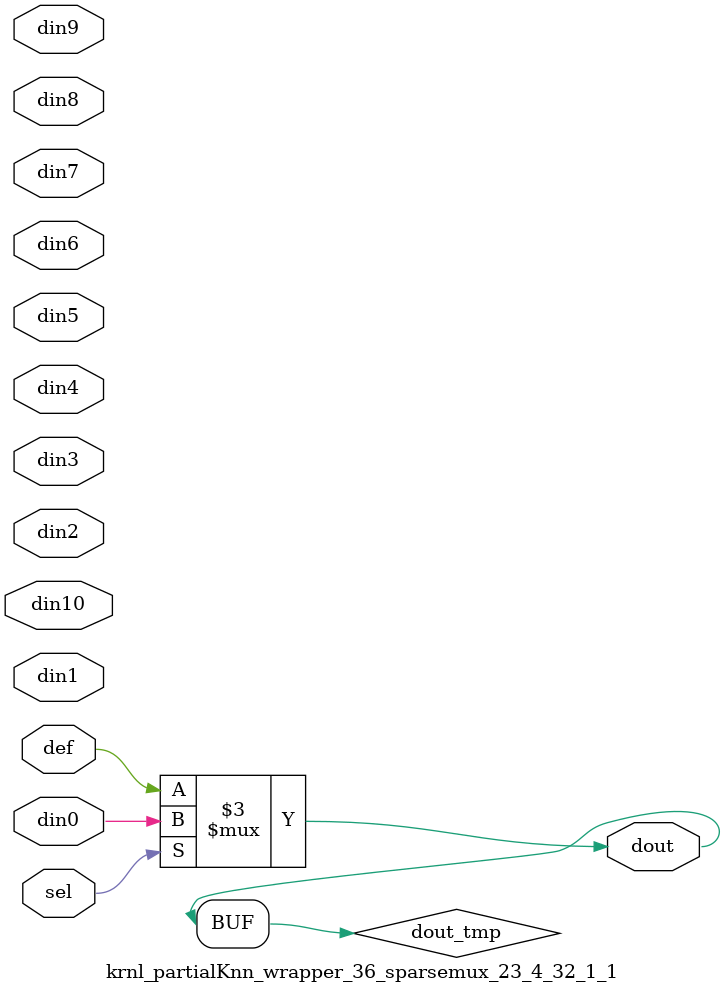
<source format=v>
`timescale 1 ns / 1 ps
module krnl_partialKnn_wrapper_36_sparsemux_23_4_32_1_1 (din0,din1,din2,din3,din4,din5,din6,din7,din8,din9,din10,def,sel,dout);
parameter din0_WIDTH = 1;
parameter din1_WIDTH = 1;
parameter din2_WIDTH = 1;
parameter din3_WIDTH = 1;
parameter din4_WIDTH = 1;
parameter din5_WIDTH = 1;
parameter din6_WIDTH = 1;
parameter din7_WIDTH = 1;
parameter din8_WIDTH = 1;
parameter din9_WIDTH = 1;
parameter din10_WIDTH = 1;
parameter def_WIDTH = 1;
parameter sel_WIDTH = 1;
parameter dout_WIDTH = 1;
parameter [sel_WIDTH-1:0] CASE0 = 1;
parameter [sel_WIDTH-1:0] CASE1 = 1;
parameter [sel_WIDTH-1:0] CASE2 = 1;
parameter [sel_WIDTH-1:0] CASE3 = 1;
parameter [sel_WIDTH-1:0] CASE4 = 1;
parameter [sel_WIDTH-1:0] CASE5 = 1;
parameter [sel_WIDTH-1:0] CASE6 = 1;
parameter [sel_WIDTH-1:0] CASE7 = 1;
parameter [sel_WIDTH-1:0] CASE8 = 1;
parameter [sel_WIDTH-1:0] CASE9 = 1;
parameter [sel_WIDTH-1:0] CASE10 = 1;
parameter ID = 1;
parameter NUM_STAGE = 1;
input [din0_WIDTH-1:0] din0;
input [din1_WIDTH-1:0] din1;
input [din2_WIDTH-1:0] din2;
input [din3_WIDTH-1:0] din3;
input [din4_WIDTH-1:0] din4;
input [din5_WIDTH-1:0] din5;
input [din6_WIDTH-1:0] din6;
input [din7_WIDTH-1:0] din7;
input [din8_WIDTH-1:0] din8;
input [din9_WIDTH-1:0] din9;
input [din10_WIDTH-1:0] din10;
input [def_WIDTH-1:0] def;
input [sel_WIDTH-1:0] sel;
output [dout_WIDTH-1:0] dout;
reg [dout_WIDTH-1:0] dout_tmp;
always @ (*) begin
case (sel)
    
    CASE0 : dout_tmp = din0;
    
    CASE1 : dout_tmp = din1;
    
    CASE2 : dout_tmp = din2;
    
    CASE3 : dout_tmp = din3;
    
    CASE4 : dout_tmp = din4;
    
    CASE5 : dout_tmp = din5;
    
    CASE6 : dout_tmp = din6;
    
    CASE7 : dout_tmp = din7;
    
    CASE8 : dout_tmp = din8;
    
    CASE9 : dout_tmp = din9;
    
    CASE10 : dout_tmp = din10;
    
    default : dout_tmp = def;
endcase
end
assign dout = dout_tmp;
endmodule
</source>
